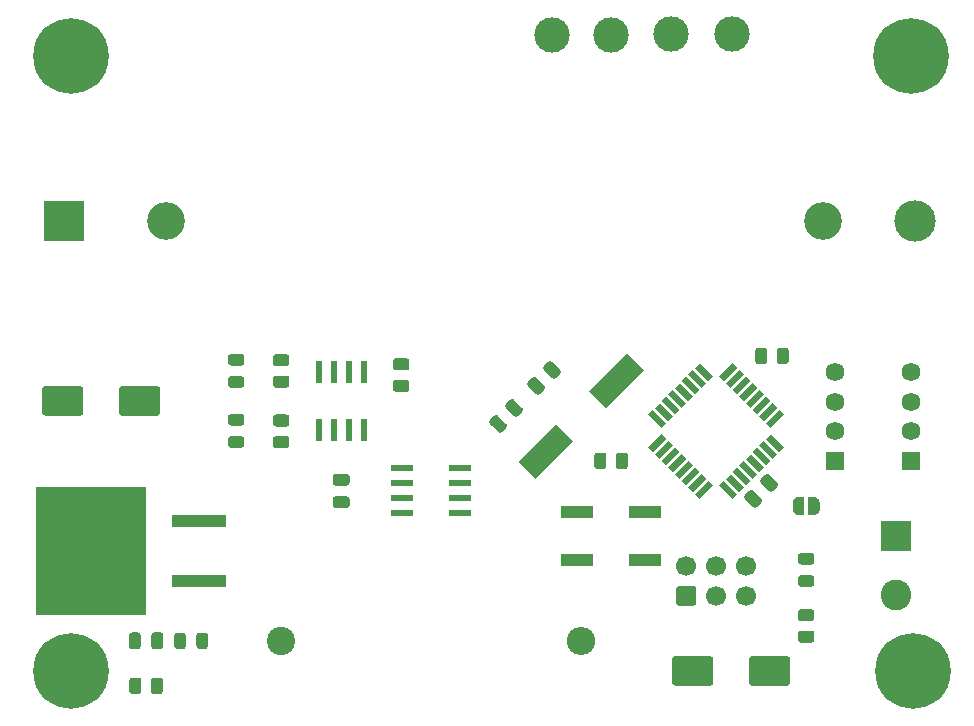
<source format=gbr>
%TF.GenerationSoftware,KiCad,Pcbnew,(5.1.8-0-10_14)*%
%TF.CreationDate,2021-01-12T16:11:11+01:00*%
%TF.ProjectId,battery_checker,62617474-6572-4795-9f63-6865636b6572,rev?*%
%TF.SameCoordinates,Original*%
%TF.FileFunction,Soldermask,Top*%
%TF.FilePolarity,Negative*%
%FSLAX46Y46*%
G04 Gerber Fmt 4.6, Leading zero omitted, Abs format (unit mm)*
G04 Created by KiCad (PCBNEW (5.1.8-0-10_14)) date 2021-01-12 16:11:11*
%MOMM*%
%LPD*%
G01*
G04 APERTURE LIST*
%ADD10C,3.500000*%
%ADD11R,3.500000X3.500000*%
%ADD12C,3.200000*%
%ADD13R,0.600000X1.970000*%
%ADD14R,1.590000X1.590000*%
%ADD15C,1.590000*%
%ADD16R,4.600000X1.100000*%
%ADD17R,9.400000X10.800000*%
%ADD18C,2.400000*%
%ADD19O,2.400000X2.400000*%
%ADD20R,2.800000X1.000000*%
%ADD21C,0.100000*%
%ADD22R,1.970000X0.600000*%
%ADD23R,2.600000X2.600000*%
%ADD24C,2.600000*%
%ADD25C,0.800000*%
%ADD26C,6.400000*%
%ADD27C,1.700000*%
%ADD28C,3.000000*%
G04 APERTURE END LIST*
D10*
%TO.C,BT1*%
X179365001Y-82550000D03*
D11*
X107365001Y-82550000D03*
D12*
X116010001Y-82550000D03*
X171620001Y-82550000D03*
%TD*%
%TO.C,C1*%
G36*
G01*
X147302322Y-97209429D02*
X146630571Y-96537678D01*
G75*
G02*
X146630571Y-96184124I176777J176777D01*
G01*
X146984124Y-95830571D01*
G75*
G02*
X147337678Y-95830571I176777J-176777D01*
G01*
X148009429Y-96502322D01*
G75*
G02*
X148009429Y-96855876I-176777J-176777D01*
G01*
X147655876Y-97209429D01*
G75*
G02*
X147302322Y-97209429I-176777J176777D01*
G01*
G37*
G36*
G01*
X148645824Y-95865927D02*
X147974073Y-95194176D01*
G75*
G02*
X147974073Y-94840622I176777J176777D01*
G01*
X148327626Y-94487069D01*
G75*
G02*
X148681180Y-94487069I176777J-176777D01*
G01*
X149352931Y-95158820D01*
G75*
G02*
X149352931Y-95512374I-176777J-176777D01*
G01*
X148999378Y-95865927D01*
G75*
G02*
X148645824Y-95865927I-176777J176777D01*
G01*
G37*
%TD*%
%TO.C,C2*%
G36*
G01*
X144125927Y-99042322D02*
X144797678Y-99714073D01*
G75*
G02*
X144797678Y-100067627I-176777J-176777D01*
G01*
X144444125Y-100421180D01*
G75*
G02*
X144090571Y-100421180I-176777J176777D01*
G01*
X143418820Y-99749429D01*
G75*
G02*
X143418820Y-99395875I176777J176777D01*
G01*
X143772373Y-99042322D01*
G75*
G02*
X144125927Y-99042322I176777J-176777D01*
G01*
G37*
G36*
G01*
X145469429Y-97698820D02*
X146141180Y-98370571D01*
G75*
G02*
X146141180Y-98724125I-176777J-176777D01*
G01*
X145787627Y-99077678D01*
G75*
G02*
X145434073Y-99077678I-176777J176777D01*
G01*
X144762322Y-98405927D01*
G75*
G02*
X144762322Y-98052373I176777J176777D01*
G01*
X145115875Y-97698820D01*
G75*
G02*
X145469429Y-97698820I176777J-176777D01*
G01*
G37*
%TD*%
%TO.C,C3*%
G36*
G01*
X114750000Y-118585000D02*
X114750000Y-117635000D01*
G75*
G02*
X115000000Y-117385000I250000J0D01*
G01*
X115500000Y-117385000D01*
G75*
G02*
X115750000Y-117635000I0J-250000D01*
G01*
X115750000Y-118585000D01*
G75*
G02*
X115500000Y-118835000I-250000J0D01*
G01*
X115000000Y-118835000D01*
G75*
G02*
X114750000Y-118585000I0J250000D01*
G01*
G37*
G36*
G01*
X112850000Y-118585000D02*
X112850000Y-117635000D01*
G75*
G02*
X113100000Y-117385000I250000J0D01*
G01*
X113600000Y-117385000D01*
G75*
G02*
X113850000Y-117635000I0J-250000D01*
G01*
X113850000Y-118585000D01*
G75*
G02*
X113600000Y-118835000I-250000J0D01*
G01*
X113100000Y-118835000D01*
G75*
G02*
X112850000Y-118585000I0J250000D01*
G01*
G37*
%TD*%
%TO.C,C4*%
G36*
G01*
X105490000Y-98790000D02*
X105490000Y-96790000D01*
G75*
G02*
X105740000Y-96540000I250000J0D01*
G01*
X108740000Y-96540000D01*
G75*
G02*
X108990000Y-96790000I0J-250000D01*
G01*
X108990000Y-98790000D01*
G75*
G02*
X108740000Y-99040000I-250000J0D01*
G01*
X105740000Y-99040000D01*
G75*
G02*
X105490000Y-98790000I0J250000D01*
G01*
G37*
G36*
G01*
X111990000Y-98790000D02*
X111990000Y-96790000D01*
G75*
G02*
X112240000Y-96540000I250000J0D01*
G01*
X115240000Y-96540000D01*
G75*
G02*
X115490000Y-96790000I0J-250000D01*
G01*
X115490000Y-98790000D01*
G75*
G02*
X115240000Y-99040000I-250000J0D01*
G01*
X112240000Y-99040000D01*
G75*
G02*
X111990000Y-98790000I0J250000D01*
G01*
G37*
%TD*%
%TO.C,C5*%
G36*
G01*
X130335000Y-103960000D02*
X131285000Y-103960000D01*
G75*
G02*
X131535000Y-104210000I0J-250000D01*
G01*
X131535000Y-104710000D01*
G75*
G02*
X131285000Y-104960000I-250000J0D01*
G01*
X130335000Y-104960000D01*
G75*
G02*
X130085000Y-104710000I0J250000D01*
G01*
X130085000Y-104210000D01*
G75*
G02*
X130335000Y-103960000I250000J0D01*
G01*
G37*
G36*
G01*
X130335000Y-105860000D02*
X131285000Y-105860000D01*
G75*
G02*
X131535000Y-106110000I0J-250000D01*
G01*
X131535000Y-106610000D01*
G75*
G02*
X131285000Y-106860000I-250000J0D01*
G01*
X130335000Y-106860000D01*
G75*
G02*
X130085000Y-106610000I0J250000D01*
G01*
X130085000Y-106110000D01*
G75*
G02*
X130335000Y-105860000I250000J0D01*
G01*
G37*
%TD*%
%TO.C,C6*%
G36*
G01*
X165330000Y-121650000D02*
X165330000Y-119650000D01*
G75*
G02*
X165580000Y-119400000I250000J0D01*
G01*
X168580000Y-119400000D01*
G75*
G02*
X168830000Y-119650000I0J-250000D01*
G01*
X168830000Y-121650000D01*
G75*
G02*
X168580000Y-121900000I-250000J0D01*
G01*
X165580000Y-121900000D01*
G75*
G02*
X165330000Y-121650000I0J250000D01*
G01*
G37*
G36*
G01*
X158830000Y-121650000D02*
X158830000Y-119650000D01*
G75*
G02*
X159080000Y-119400000I250000J0D01*
G01*
X162080000Y-119400000D01*
G75*
G02*
X162330000Y-119650000I0J-250000D01*
G01*
X162330000Y-121650000D01*
G75*
G02*
X162080000Y-121900000I-250000J0D01*
G01*
X159080000Y-121900000D01*
G75*
G02*
X158830000Y-121650000I0J250000D01*
G01*
G37*
%TD*%
%TO.C,C7*%
G36*
G01*
X165680571Y-106771180D02*
X165008820Y-106099429D01*
G75*
G02*
X165008820Y-105745875I176777J176777D01*
G01*
X165362373Y-105392322D01*
G75*
G02*
X165715927Y-105392322I176777J-176777D01*
G01*
X166387678Y-106064073D01*
G75*
G02*
X166387678Y-106417627I-176777J-176777D01*
G01*
X166034125Y-106771180D01*
G75*
G02*
X165680571Y-106771180I-176777J176777D01*
G01*
G37*
G36*
G01*
X167024073Y-105427678D02*
X166352322Y-104755927D01*
G75*
G02*
X166352322Y-104402373I176777J176777D01*
G01*
X166705875Y-104048820D01*
G75*
G02*
X167059429Y-104048820I176777J-176777D01*
G01*
X167731180Y-104720571D01*
G75*
G02*
X167731180Y-105074125I-176777J-176777D01*
G01*
X167377627Y-105427678D01*
G75*
G02*
X167024073Y-105427678I-176777J176777D01*
G01*
G37*
%TD*%
%TO.C,D1*%
G36*
G01*
X121463750Y-95700000D02*
X122376250Y-95700000D01*
G75*
G02*
X122620000Y-95943750I0J-243750D01*
G01*
X122620000Y-96431250D01*
G75*
G02*
X122376250Y-96675000I-243750J0D01*
G01*
X121463750Y-96675000D01*
G75*
G02*
X121220000Y-96431250I0J243750D01*
G01*
X121220000Y-95943750D01*
G75*
G02*
X121463750Y-95700000I243750J0D01*
G01*
G37*
G36*
G01*
X121463750Y-93825000D02*
X122376250Y-93825000D01*
G75*
G02*
X122620000Y-94068750I0J-243750D01*
G01*
X122620000Y-94556250D01*
G75*
G02*
X122376250Y-94800000I-243750J0D01*
G01*
X121463750Y-94800000D01*
G75*
G02*
X121220000Y-94556250I0J243750D01*
G01*
X121220000Y-94068750D01*
G75*
G02*
X121463750Y-93825000I243750J0D01*
G01*
G37*
%TD*%
%TO.C,D2*%
G36*
G01*
X121463750Y-98905000D02*
X122376250Y-98905000D01*
G75*
G02*
X122620000Y-99148750I0J-243750D01*
G01*
X122620000Y-99636250D01*
G75*
G02*
X122376250Y-99880000I-243750J0D01*
G01*
X121463750Y-99880000D01*
G75*
G02*
X121220000Y-99636250I0J243750D01*
G01*
X121220000Y-99148750D01*
G75*
G02*
X121463750Y-98905000I243750J0D01*
G01*
G37*
G36*
G01*
X121463750Y-100780000D02*
X122376250Y-100780000D01*
G75*
G02*
X122620000Y-101023750I0J-243750D01*
G01*
X122620000Y-101511250D01*
G75*
G02*
X122376250Y-101755000I-243750J0D01*
G01*
X121463750Y-101755000D01*
G75*
G02*
X121220000Y-101511250I0J243750D01*
G01*
X121220000Y-101023750D01*
G75*
G02*
X121463750Y-100780000I243750J0D01*
G01*
G37*
%TD*%
%TO.C,D3*%
G36*
G01*
X170636250Y-113517500D02*
X169723750Y-113517500D01*
G75*
G02*
X169480000Y-113273750I0J243750D01*
G01*
X169480000Y-112786250D01*
G75*
G02*
X169723750Y-112542500I243750J0D01*
G01*
X170636250Y-112542500D01*
G75*
G02*
X170880000Y-112786250I0J-243750D01*
G01*
X170880000Y-113273750D01*
G75*
G02*
X170636250Y-113517500I-243750J0D01*
G01*
G37*
G36*
G01*
X170636250Y-111642500D02*
X169723750Y-111642500D01*
G75*
G02*
X169480000Y-111398750I0J243750D01*
G01*
X169480000Y-110911250D01*
G75*
G02*
X169723750Y-110667500I243750J0D01*
G01*
X170636250Y-110667500D01*
G75*
G02*
X170880000Y-110911250I0J-243750D01*
G01*
X170880000Y-111398750D01*
G75*
G02*
X170636250Y-111642500I-243750J0D01*
G01*
G37*
%TD*%
D13*
%TO.C,IC1*%
X132715000Y-100260000D03*
X131445000Y-100260000D03*
X130175000Y-100260000D03*
X128905000Y-100260000D03*
X128905000Y-95320000D03*
X130175000Y-95320000D03*
X131445000Y-95320000D03*
X132715000Y-95320000D03*
%TD*%
D14*
%TO.C,J1*%
X172665001Y-102870000D03*
D15*
X172665001Y-100370000D03*
X172665001Y-97870000D03*
X172665001Y-95370000D03*
%TD*%
%TO.C,J2*%
X179070000Y-95370000D03*
X179070000Y-97870000D03*
X179070000Y-100370000D03*
D14*
X179070000Y-102870000D03*
%TD*%
D16*
%TO.C,Q1*%
X118805000Y-113030000D03*
X118805000Y-107950000D03*
D17*
X109655000Y-110490000D03*
%TD*%
%TO.C,R1*%
G36*
G01*
X152245000Y-103320001D02*
X152245000Y-102419999D01*
G75*
G02*
X152494999Y-102170000I249999J0D01*
G01*
X153020001Y-102170000D01*
G75*
G02*
X153270000Y-102419999I0J-249999D01*
G01*
X153270000Y-103320001D01*
G75*
G02*
X153020001Y-103570000I-249999J0D01*
G01*
X152494999Y-103570000D01*
G75*
G02*
X152245000Y-103320001I0J249999D01*
G01*
G37*
G36*
G01*
X154070000Y-103320001D02*
X154070000Y-102419999D01*
G75*
G02*
X154319999Y-102170000I249999J0D01*
G01*
X154845001Y-102170000D01*
G75*
G02*
X155095000Y-102419999I0J-249999D01*
G01*
X155095000Y-103320001D01*
G75*
G02*
X154845001Y-103570000I-249999J0D01*
G01*
X154319999Y-103570000D01*
G75*
G02*
X154070000Y-103320001I0J249999D01*
G01*
G37*
%TD*%
D18*
%TO.C,R2*%
X125730000Y-118110000D03*
D19*
X151130000Y-118110000D03*
%TD*%
%TO.C,R3*%
G36*
G01*
X125279999Y-95650000D02*
X126180001Y-95650000D01*
G75*
G02*
X126430000Y-95899999I0J-249999D01*
G01*
X126430000Y-96425001D01*
G75*
G02*
X126180001Y-96675000I-249999J0D01*
G01*
X125279999Y-96675000D01*
G75*
G02*
X125030000Y-96425001I0J249999D01*
G01*
X125030000Y-95899999D01*
G75*
G02*
X125279999Y-95650000I249999J0D01*
G01*
G37*
G36*
G01*
X125279999Y-93825000D02*
X126180001Y-93825000D01*
G75*
G02*
X126430000Y-94074999I0J-249999D01*
G01*
X126430000Y-94600001D01*
G75*
G02*
X126180001Y-94850000I-249999J0D01*
G01*
X125279999Y-94850000D01*
G75*
G02*
X125030000Y-94600001I0J249999D01*
G01*
X125030000Y-94074999D01*
G75*
G02*
X125279999Y-93825000I249999J0D01*
G01*
G37*
%TD*%
%TO.C,R4*%
G36*
G01*
X125279999Y-98940001D02*
X126180001Y-98940001D01*
G75*
G02*
X126430000Y-99190000I0J-249999D01*
G01*
X126430000Y-99715002D01*
G75*
G02*
X126180001Y-99965001I-249999J0D01*
G01*
X125279999Y-99965001D01*
G75*
G02*
X125030000Y-99715002I0J249999D01*
G01*
X125030000Y-99190000D01*
G75*
G02*
X125279999Y-98940001I249999J0D01*
G01*
G37*
G36*
G01*
X125279999Y-100765001D02*
X126180001Y-100765001D01*
G75*
G02*
X126430000Y-101015000I0J-249999D01*
G01*
X126430000Y-101540002D01*
G75*
G02*
X126180001Y-101790001I-249999J0D01*
G01*
X125279999Y-101790001D01*
G75*
G02*
X125030000Y-101540002I0J249999D01*
G01*
X125030000Y-101015000D01*
G75*
G02*
X125279999Y-100765001I249999J0D01*
G01*
G37*
%TD*%
%TO.C,R5*%
G36*
G01*
X169729999Y-117240000D02*
X170630001Y-117240000D01*
G75*
G02*
X170880000Y-117489999I0J-249999D01*
G01*
X170880000Y-118015001D01*
G75*
G02*
X170630001Y-118265000I-249999J0D01*
G01*
X169729999Y-118265000D01*
G75*
G02*
X169480000Y-118015001I0J249999D01*
G01*
X169480000Y-117489999D01*
G75*
G02*
X169729999Y-117240000I249999J0D01*
G01*
G37*
G36*
G01*
X169729999Y-115415000D02*
X170630001Y-115415000D01*
G75*
G02*
X170880000Y-115664999I0J-249999D01*
G01*
X170880000Y-116190001D01*
G75*
G02*
X170630001Y-116440000I-249999J0D01*
G01*
X169729999Y-116440000D01*
G75*
G02*
X169480000Y-116190001I0J249999D01*
G01*
X169480000Y-115664999D01*
G75*
G02*
X169729999Y-115415000I249999J0D01*
G01*
G37*
%TD*%
%TO.C,R6*%
G36*
G01*
X136340001Y-97032500D02*
X135439999Y-97032500D01*
G75*
G02*
X135190000Y-96782501I0J249999D01*
G01*
X135190000Y-96257499D01*
G75*
G02*
X135439999Y-96007500I249999J0D01*
G01*
X136340001Y-96007500D01*
G75*
G02*
X136590000Y-96257499I0J-249999D01*
G01*
X136590000Y-96782501D01*
G75*
G02*
X136340001Y-97032500I-249999J0D01*
G01*
G37*
G36*
G01*
X136340001Y-95207500D02*
X135439999Y-95207500D01*
G75*
G02*
X135190000Y-94957501I0J249999D01*
G01*
X135190000Y-94432499D01*
G75*
G02*
X135439999Y-94182500I249999J0D01*
G01*
X136340001Y-94182500D01*
G75*
G02*
X136590000Y-94432499I0J-249999D01*
G01*
X136590000Y-94957501D01*
G75*
G02*
X136340001Y-95207500I-249999J0D01*
G01*
G37*
%TD*%
D20*
%TO.C,SW1*%
X150770000Y-107220000D03*
X156570000Y-107220000D03*
X150770000Y-111220000D03*
X156570000Y-111220000D03*
%TD*%
D21*
%TO.C,U1*%
G36*
X160774555Y-94973666D02*
G01*
X161163464Y-94584757D01*
X162294835Y-95716128D01*
X161905926Y-96105037D01*
X160774555Y-94973666D01*
G37*
G36*
X160208870Y-95539352D02*
G01*
X160597779Y-95150443D01*
X161729150Y-96281814D01*
X161340241Y-96670723D01*
X160208870Y-95539352D01*
G37*
G36*
X159643184Y-96105037D02*
G01*
X160032093Y-95716128D01*
X161163464Y-96847499D01*
X160774555Y-97236408D01*
X159643184Y-96105037D01*
G37*
G36*
X159077499Y-96670722D02*
G01*
X159466408Y-96281813D01*
X160597779Y-97413184D01*
X160208870Y-97802093D01*
X159077499Y-96670722D01*
G37*
G36*
X158511813Y-97236408D02*
G01*
X158900722Y-96847499D01*
X160032093Y-97978870D01*
X159643184Y-98367779D01*
X158511813Y-97236408D01*
G37*
G36*
X157946128Y-97802093D02*
G01*
X158335037Y-97413184D01*
X159466408Y-98544555D01*
X159077499Y-98933464D01*
X157946128Y-97802093D01*
G37*
G36*
X157380443Y-98367779D02*
G01*
X157769352Y-97978870D01*
X158900723Y-99110241D01*
X158511814Y-99499150D01*
X157380443Y-98367779D01*
G37*
G36*
X156814757Y-98933464D02*
G01*
X157203666Y-98544555D01*
X158335037Y-99675926D01*
X157946128Y-100064835D01*
X156814757Y-98933464D01*
G37*
G36*
X157203666Y-102115445D02*
G01*
X156814757Y-101726536D01*
X157946128Y-100595165D01*
X158335037Y-100984074D01*
X157203666Y-102115445D01*
G37*
G36*
X157769352Y-102681130D02*
G01*
X157380443Y-102292221D01*
X158511814Y-101160850D01*
X158900723Y-101549759D01*
X157769352Y-102681130D01*
G37*
G36*
X158335037Y-103246816D02*
G01*
X157946128Y-102857907D01*
X159077499Y-101726536D01*
X159466408Y-102115445D01*
X158335037Y-103246816D01*
G37*
G36*
X158900722Y-103812501D02*
G01*
X158511813Y-103423592D01*
X159643184Y-102292221D01*
X160032093Y-102681130D01*
X158900722Y-103812501D01*
G37*
G36*
X159466408Y-104378187D02*
G01*
X159077499Y-103989278D01*
X160208870Y-102857907D01*
X160597779Y-103246816D01*
X159466408Y-104378187D01*
G37*
G36*
X160032093Y-104943872D02*
G01*
X159643184Y-104554963D01*
X160774555Y-103423592D01*
X161163464Y-103812501D01*
X160032093Y-104943872D01*
G37*
G36*
X160597779Y-105509557D02*
G01*
X160208870Y-105120648D01*
X161340241Y-103989277D01*
X161729150Y-104378186D01*
X160597779Y-105509557D01*
G37*
G36*
X161163464Y-106075243D02*
G01*
X160774555Y-105686334D01*
X161905926Y-104554963D01*
X162294835Y-104943872D01*
X161163464Y-106075243D01*
G37*
G36*
X162825165Y-104943872D02*
G01*
X163214074Y-104554963D01*
X164345445Y-105686334D01*
X163956536Y-106075243D01*
X162825165Y-104943872D01*
G37*
G36*
X163390850Y-104378186D02*
G01*
X163779759Y-103989277D01*
X164911130Y-105120648D01*
X164522221Y-105509557D01*
X163390850Y-104378186D01*
G37*
G36*
X163956536Y-103812501D02*
G01*
X164345445Y-103423592D01*
X165476816Y-104554963D01*
X165087907Y-104943872D01*
X163956536Y-103812501D01*
G37*
G36*
X164522221Y-103246816D02*
G01*
X164911130Y-102857907D01*
X166042501Y-103989278D01*
X165653592Y-104378187D01*
X164522221Y-103246816D01*
G37*
G36*
X165087907Y-102681130D02*
G01*
X165476816Y-102292221D01*
X166608187Y-103423592D01*
X166219278Y-103812501D01*
X165087907Y-102681130D01*
G37*
G36*
X165653592Y-102115445D02*
G01*
X166042501Y-101726536D01*
X167173872Y-102857907D01*
X166784963Y-103246816D01*
X165653592Y-102115445D01*
G37*
G36*
X166219277Y-101549759D02*
G01*
X166608186Y-101160850D01*
X167739557Y-102292221D01*
X167350648Y-102681130D01*
X166219277Y-101549759D01*
G37*
G36*
X166784963Y-100984074D02*
G01*
X167173872Y-100595165D01*
X168305243Y-101726536D01*
X167916334Y-102115445D01*
X166784963Y-100984074D01*
G37*
G36*
X167173872Y-100064835D02*
G01*
X166784963Y-99675926D01*
X167916334Y-98544555D01*
X168305243Y-98933464D01*
X167173872Y-100064835D01*
G37*
G36*
X166608186Y-99499150D02*
G01*
X166219277Y-99110241D01*
X167350648Y-97978870D01*
X167739557Y-98367779D01*
X166608186Y-99499150D01*
G37*
G36*
X166042501Y-98933464D02*
G01*
X165653592Y-98544555D01*
X166784963Y-97413184D01*
X167173872Y-97802093D01*
X166042501Y-98933464D01*
G37*
G36*
X165476816Y-98367779D02*
G01*
X165087907Y-97978870D01*
X166219278Y-96847499D01*
X166608187Y-97236408D01*
X165476816Y-98367779D01*
G37*
G36*
X164911130Y-97802093D02*
G01*
X164522221Y-97413184D01*
X165653592Y-96281813D01*
X166042501Y-96670722D01*
X164911130Y-97802093D01*
G37*
G36*
X164345445Y-97236408D02*
G01*
X163956536Y-96847499D01*
X165087907Y-95716128D01*
X165476816Y-96105037D01*
X164345445Y-97236408D01*
G37*
G36*
X163779759Y-96670723D02*
G01*
X163390850Y-96281814D01*
X164522221Y-95150443D01*
X164911130Y-95539352D01*
X163779759Y-96670723D01*
G37*
G36*
X163214074Y-96105037D02*
G01*
X162825165Y-95716128D01*
X163956536Y-94584757D01*
X164345445Y-94973666D01*
X163214074Y-96105037D01*
G37*
%TD*%
D22*
%TO.C,U2*%
X135960000Y-103505000D03*
X135960000Y-104775000D03*
X135960000Y-106045000D03*
X135960000Y-107315000D03*
X140900000Y-107315000D03*
X140900000Y-106045000D03*
X140900000Y-104775000D03*
X140900000Y-103505000D03*
%TD*%
D21*
%TO.C,Y1*%
G36*
X155019087Y-93756699D02*
G01*
X156433301Y-95170913D01*
X153251321Y-98352893D01*
X151837107Y-96938679D01*
X155019087Y-93756699D01*
G37*
G36*
X149008679Y-99767107D02*
G01*
X150422893Y-101181321D01*
X147240913Y-104363301D01*
X145826699Y-102949087D01*
X149008679Y-99767107D01*
G37*
%TD*%
D23*
%TO.C,J3*%
X177800000Y-109220000D03*
D24*
X177800000Y-114220000D03*
%TD*%
D25*
%TO.C,H1*%
X109647056Y-66882944D03*
X107950000Y-66180000D03*
X106252944Y-66882944D03*
X105550000Y-68580000D03*
X106252944Y-70277056D03*
X107950000Y-70980000D03*
X109647056Y-70277056D03*
X110350000Y-68580000D03*
D26*
X107950000Y-68580000D03*
%TD*%
%TO.C,H2*%
X179070000Y-68580000D03*
D25*
X181470000Y-68580000D03*
X180767056Y-70277056D03*
X179070000Y-70980000D03*
X177372944Y-70277056D03*
X176670000Y-68580000D03*
X177372944Y-66882944D03*
X179070000Y-66180000D03*
X180767056Y-66882944D03*
%TD*%
%TO.C,H3*%
X180907056Y-118952944D03*
X179210000Y-118250000D03*
X177512944Y-118952944D03*
X176810000Y-120650000D03*
X177512944Y-122347056D03*
X179210000Y-123050000D03*
X180907056Y-122347056D03*
X181610000Y-120650000D03*
D26*
X179210000Y-120650000D03*
%TD*%
%TO.C,H4*%
X107950000Y-120650000D03*
D25*
X110350000Y-120650000D03*
X109647056Y-122347056D03*
X107950000Y-123050000D03*
X106252944Y-122347056D03*
X105550000Y-120650000D03*
X106252944Y-118952944D03*
X107950000Y-118250000D03*
X109647056Y-118952944D03*
%TD*%
D21*
%TO.C,JP1*%
G36*
X170030000Y-107430000D02*
G01*
X169530000Y-107430000D01*
X169530000Y-107429398D01*
X169505466Y-107429398D01*
X169456635Y-107424588D01*
X169408510Y-107415016D01*
X169361555Y-107400772D01*
X169316222Y-107381995D01*
X169272949Y-107358864D01*
X169232150Y-107331604D01*
X169194221Y-107300476D01*
X169159524Y-107265779D01*
X169128396Y-107227850D01*
X169101136Y-107187051D01*
X169078005Y-107143778D01*
X169059228Y-107098445D01*
X169044984Y-107051490D01*
X169035412Y-107003365D01*
X169030602Y-106954534D01*
X169030602Y-106930000D01*
X169030000Y-106930000D01*
X169030000Y-106430000D01*
X169030602Y-106430000D01*
X169030602Y-106405466D01*
X169035412Y-106356635D01*
X169044984Y-106308510D01*
X169059228Y-106261555D01*
X169078005Y-106216222D01*
X169101136Y-106172949D01*
X169128396Y-106132150D01*
X169159524Y-106094221D01*
X169194221Y-106059524D01*
X169232150Y-106028396D01*
X169272949Y-106001136D01*
X169316222Y-105978005D01*
X169361555Y-105959228D01*
X169408510Y-105944984D01*
X169456635Y-105935412D01*
X169505466Y-105930602D01*
X169530000Y-105930602D01*
X169530000Y-105930000D01*
X170030000Y-105930000D01*
X170030000Y-107430000D01*
G37*
G36*
X170830000Y-105930602D02*
G01*
X170854534Y-105930602D01*
X170903365Y-105935412D01*
X170951490Y-105944984D01*
X170998445Y-105959228D01*
X171043778Y-105978005D01*
X171087051Y-106001136D01*
X171127850Y-106028396D01*
X171165779Y-106059524D01*
X171200476Y-106094221D01*
X171231604Y-106132150D01*
X171258864Y-106172949D01*
X171281995Y-106216222D01*
X171300772Y-106261555D01*
X171315016Y-106308510D01*
X171324588Y-106356635D01*
X171329398Y-106405466D01*
X171329398Y-106430000D01*
X171330000Y-106430000D01*
X171330000Y-106930000D01*
X171329398Y-106930000D01*
X171329398Y-106954534D01*
X171324588Y-107003365D01*
X171315016Y-107051490D01*
X171300772Y-107098445D01*
X171281995Y-107143778D01*
X171258864Y-107187051D01*
X171231604Y-107227850D01*
X171200476Y-107265779D01*
X171165779Y-107300476D01*
X171127850Y-107331604D01*
X171087051Y-107358864D01*
X171043778Y-107381995D01*
X170998445Y-107400772D01*
X170951490Y-107415016D01*
X170903365Y-107424588D01*
X170854534Y-107429398D01*
X170830000Y-107429398D01*
X170830000Y-107430000D01*
X170330000Y-107430000D01*
X170330000Y-105930000D01*
X170830000Y-105930000D01*
X170830000Y-105930602D01*
G37*
%TD*%
%TO.C,D4*%
G36*
G01*
X116685000Y-118566250D02*
X116685000Y-117653750D01*
G75*
G02*
X116928750Y-117410000I243750J0D01*
G01*
X117416250Y-117410000D01*
G75*
G02*
X117660000Y-117653750I0J-243750D01*
G01*
X117660000Y-118566250D01*
G75*
G02*
X117416250Y-118810000I-243750J0D01*
G01*
X116928750Y-118810000D01*
G75*
G02*
X116685000Y-118566250I0J243750D01*
G01*
G37*
G36*
G01*
X118560000Y-118566250D02*
X118560000Y-117653750D01*
G75*
G02*
X118803750Y-117410000I243750J0D01*
G01*
X119291250Y-117410000D01*
G75*
G02*
X119535000Y-117653750I0J-243750D01*
G01*
X119535000Y-118566250D01*
G75*
G02*
X119291250Y-118810000I-243750J0D01*
G01*
X118803750Y-118810000D01*
G75*
G02*
X118560000Y-118566250I0J243750D01*
G01*
G37*
%TD*%
%TO.C,R7*%
G36*
G01*
X115725000Y-121469999D02*
X115725000Y-122370001D01*
G75*
G02*
X115475001Y-122620000I-249999J0D01*
G01*
X114949999Y-122620000D01*
G75*
G02*
X114700000Y-122370001I0J249999D01*
G01*
X114700000Y-121469999D01*
G75*
G02*
X114949999Y-121220000I249999J0D01*
G01*
X115475001Y-121220000D01*
G75*
G02*
X115725000Y-121469999I0J-249999D01*
G01*
G37*
G36*
G01*
X113900000Y-121469999D02*
X113900000Y-122370001D01*
G75*
G02*
X113650001Y-122620000I-249999J0D01*
G01*
X113124999Y-122620000D01*
G75*
G02*
X112875000Y-122370001I0J249999D01*
G01*
X112875000Y-121469999D01*
G75*
G02*
X113124999Y-121220000I249999J0D01*
G01*
X113650001Y-121220000D01*
G75*
G02*
X113900000Y-121469999I0J-249999D01*
G01*
G37*
%TD*%
%TO.C,J4*%
G36*
G01*
X160620000Y-115150000D02*
X159420000Y-115150000D01*
G75*
G02*
X159170000Y-114900000I0J250000D01*
G01*
X159170000Y-113700000D01*
G75*
G02*
X159420000Y-113450000I250000J0D01*
G01*
X160620000Y-113450000D01*
G75*
G02*
X160870000Y-113700000I0J-250000D01*
G01*
X160870000Y-114900000D01*
G75*
G02*
X160620000Y-115150000I-250000J0D01*
G01*
G37*
D27*
X162560000Y-114300000D03*
X165100000Y-114300000D03*
X160020000Y-111760000D03*
X162560000Y-111760000D03*
X165100000Y-111760000D03*
%TD*%
%TO.C,R8*%
G36*
G01*
X165857500Y-94430001D02*
X165857500Y-93529999D01*
G75*
G02*
X166107499Y-93280000I249999J0D01*
G01*
X166632501Y-93280000D01*
G75*
G02*
X166882500Y-93529999I0J-249999D01*
G01*
X166882500Y-94430001D01*
G75*
G02*
X166632501Y-94680000I-249999J0D01*
G01*
X166107499Y-94680000D01*
G75*
G02*
X165857500Y-94430001I0J249999D01*
G01*
G37*
G36*
G01*
X167682500Y-94430001D02*
X167682500Y-93529999D01*
G75*
G02*
X167932499Y-93280000I249999J0D01*
G01*
X168457501Y-93280000D01*
G75*
G02*
X168707500Y-93529999I0J-249999D01*
G01*
X168707500Y-94430001D01*
G75*
G02*
X168457501Y-94680000I-249999J0D01*
G01*
X167932499Y-94680000D01*
G75*
G02*
X167682500Y-94430001I0J249999D01*
G01*
G37*
%TD*%
D28*
%TO.C,TP1*%
X148625001Y-66795001D03*
%TD*%
%TO.C,TP2*%
X153675001Y-66795001D03*
%TD*%
%TO.C,TP3*%
X163865001Y-66765001D03*
%TD*%
%TO.C,TP4*%
X158750000Y-66765001D03*
%TD*%
M02*

</source>
